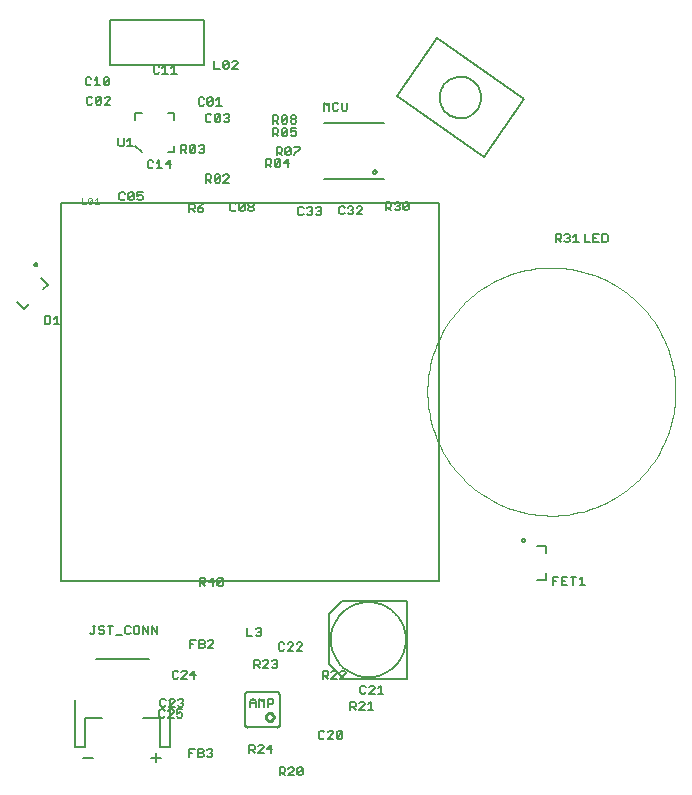
<source format=gto>
G75*
%MOIN*%
%OFA0B0*%
%FSLAX24Y24*%
%IPPOS*%
%LPD*%
%AMOC8*
5,1,8,0,0,1.08239X$1,22.5*
%
%ADD10C,0.0080*%
%ADD11C,0.0050*%
%ADD12C,0.0039*%
%ADD13C,0.0060*%
%ADD14C,0.0040*%
%ADD15C,0.0070*%
%ADD16C,0.0006*%
%ADD17C,0.0100*%
D10*
X018057Y021281D02*
X018059Y021296D01*
X018065Y021309D01*
X018074Y021321D01*
X018085Y021330D01*
X018099Y021336D01*
X018114Y021338D01*
X018129Y021336D01*
X018142Y021330D01*
X018154Y021321D01*
X018163Y021310D01*
X018169Y021296D01*
X018171Y021281D01*
X018169Y021266D01*
X018163Y021253D01*
X018154Y021241D01*
X018143Y021232D01*
X018129Y021226D01*
X018114Y021224D01*
X018099Y021226D01*
X018086Y021232D01*
X018074Y021241D01*
X018065Y021252D01*
X018059Y021266D01*
X018057Y021281D01*
X011420Y021932D02*
X011420Y022149D01*
X011420Y021932D02*
X011204Y021932D01*
X010337Y021932D02*
X010121Y022149D01*
X010121Y023015D02*
X010121Y023231D01*
X010337Y023231D01*
X011204Y023231D02*
X011420Y023231D01*
X011420Y023015D01*
D11*
X007660Y020260D02*
X007660Y007660D01*
X020260Y007660D01*
X020260Y020260D01*
X007660Y020260D01*
X009601Y020382D02*
X009646Y020337D01*
X009736Y020337D01*
X009781Y020382D01*
X009895Y020382D02*
X009940Y020337D01*
X010030Y020337D01*
X010075Y020382D01*
X010075Y020562D01*
X009895Y020382D01*
X009895Y020562D01*
X009940Y020607D01*
X010030Y020607D01*
X010075Y020562D01*
X010190Y020607D02*
X010190Y020472D01*
X010280Y020517D01*
X010325Y020517D01*
X010370Y020472D01*
X010370Y020382D01*
X010325Y020337D01*
X010235Y020337D01*
X010190Y020382D01*
X010190Y020607D02*
X010370Y020607D01*
X009781Y020562D02*
X009736Y020607D01*
X009646Y020607D01*
X009601Y020562D01*
X009601Y020382D01*
X010591Y021400D02*
X010681Y021400D01*
X010726Y021445D01*
X010840Y021400D02*
X011020Y021400D01*
X010930Y021400D02*
X010930Y021670D01*
X010840Y021580D01*
X010726Y021625D02*
X010681Y021670D01*
X010591Y021670D01*
X010546Y021625D01*
X010546Y021445D01*
X010591Y021400D01*
X011135Y021535D02*
X011315Y021535D01*
X011270Y021400D02*
X011270Y021670D01*
X011135Y021535D01*
X011648Y021912D02*
X011648Y022182D01*
X011783Y022182D01*
X011828Y022137D01*
X011828Y022047D01*
X011783Y022002D01*
X011648Y022002D01*
X011738Y022002D02*
X011828Y021912D01*
X011943Y021957D02*
X012123Y022137D01*
X012123Y021957D01*
X012078Y021912D01*
X011988Y021912D01*
X011943Y021957D01*
X011943Y022137D01*
X011988Y022182D01*
X012078Y022182D01*
X012123Y022137D01*
X012237Y022137D02*
X012282Y022182D01*
X012372Y022182D01*
X012417Y022137D01*
X012417Y022092D01*
X012372Y022047D01*
X012417Y022002D01*
X012417Y021957D01*
X012372Y021912D01*
X012282Y021912D01*
X012237Y021957D01*
X012327Y022047D02*
X012372Y022047D01*
X012475Y021198D02*
X012610Y021198D01*
X012655Y021153D01*
X012655Y021063D01*
X012610Y021018D01*
X012475Y021018D01*
X012565Y021018D02*
X012655Y020927D01*
X012769Y020972D02*
X012949Y021153D01*
X012949Y020972D01*
X012904Y020927D01*
X012814Y020927D01*
X012769Y020972D01*
X012769Y021153D01*
X012814Y021198D01*
X012904Y021198D01*
X012949Y021153D01*
X013064Y021153D02*
X013109Y021198D01*
X013199Y021198D01*
X013244Y021153D01*
X013244Y021108D01*
X013064Y020927D01*
X013244Y020927D01*
X013346Y020253D02*
X013301Y020208D01*
X013301Y020028D01*
X013346Y019983D01*
X013437Y019983D01*
X013482Y020028D01*
X013596Y020028D02*
X013776Y020208D01*
X013776Y020028D01*
X013731Y019983D01*
X013641Y019983D01*
X013596Y020028D01*
X013596Y020208D01*
X013641Y020253D01*
X013731Y020253D01*
X013776Y020208D01*
X013891Y020208D02*
X013891Y020163D01*
X013936Y020118D01*
X014026Y020118D01*
X014071Y020073D01*
X014071Y020028D01*
X014026Y019983D01*
X013936Y019983D01*
X013891Y020028D01*
X013891Y020073D01*
X013936Y020118D01*
X014026Y020118D02*
X014071Y020163D01*
X014071Y020208D01*
X014026Y020253D01*
X013936Y020253D01*
X013891Y020208D01*
X013482Y020208D02*
X013437Y020253D01*
X013346Y020253D01*
X012475Y020927D02*
X012475Y021198D01*
X012398Y020213D02*
X012308Y020168D01*
X012218Y020078D01*
X012353Y020078D01*
X012398Y020033D01*
X012398Y019988D01*
X012353Y019943D01*
X012263Y019943D01*
X012218Y019988D01*
X012218Y020078D01*
X012104Y020078D02*
X012104Y020168D01*
X012059Y020213D01*
X011924Y020213D01*
X011924Y019943D01*
X011924Y020033D02*
X012059Y020033D01*
X012104Y020078D01*
X012014Y020033D02*
X012104Y019943D01*
X010042Y022144D02*
X009862Y022144D01*
X009952Y022144D02*
X009952Y022414D01*
X009862Y022324D01*
X009747Y022414D02*
X009747Y022189D01*
X009702Y022144D01*
X009612Y022144D01*
X009567Y022189D01*
X009567Y022414D01*
X009205Y024170D02*
X009115Y024170D01*
X009070Y024215D01*
X009250Y024396D01*
X009250Y024215D01*
X009205Y024170D01*
X009070Y024215D02*
X009070Y024396D01*
X009115Y024441D01*
X009205Y024441D01*
X009250Y024396D01*
X008955Y024170D02*
X008775Y024170D01*
X008865Y024170D02*
X008865Y024441D01*
X008775Y024351D01*
X008661Y024396D02*
X008616Y024441D01*
X008526Y024441D01*
X008480Y024396D01*
X008480Y024215D01*
X008526Y024170D01*
X008616Y024170D01*
X008661Y024215D01*
X009274Y024857D02*
X012424Y024857D01*
X012424Y026353D01*
X009274Y026353D01*
X009274Y024857D01*
X010736Y024785D02*
X010736Y024605D01*
X010781Y024560D01*
X010872Y024560D01*
X010917Y024605D01*
X011031Y024560D02*
X011211Y024560D01*
X011121Y024560D02*
X011121Y024830D01*
X011031Y024740D01*
X010917Y024785D02*
X010872Y024830D01*
X010781Y024830D01*
X010736Y024785D01*
X011326Y024740D02*
X011416Y024830D01*
X011416Y024560D01*
X011326Y024560D02*
X011506Y024560D01*
X012280Y023765D02*
X012235Y023720D01*
X012235Y023539D01*
X012280Y023494D01*
X012370Y023494D01*
X012415Y023539D01*
X012529Y023539D02*
X012709Y023720D01*
X012709Y023539D01*
X012664Y023494D01*
X012574Y023494D01*
X012529Y023539D01*
X012529Y023720D01*
X012574Y023765D01*
X012664Y023765D01*
X012709Y023720D01*
X012824Y023675D02*
X012914Y023765D01*
X012914Y023494D01*
X012824Y023494D02*
X013004Y023494D01*
X012912Y023209D02*
X012957Y023164D01*
X012777Y022984D01*
X012822Y022939D01*
X012912Y022939D01*
X012957Y022984D01*
X012957Y023164D01*
X012912Y023209D02*
X012822Y023209D01*
X012777Y023164D01*
X012777Y022984D01*
X012663Y022984D02*
X012618Y022939D01*
X012528Y022939D01*
X012483Y022984D01*
X012483Y023164D01*
X012528Y023209D01*
X012618Y023209D01*
X012663Y023164D01*
X013072Y023164D02*
X013117Y023209D01*
X013207Y023209D01*
X013252Y023164D01*
X013252Y023119D01*
X013207Y023074D01*
X013252Y023029D01*
X013252Y022984D01*
X013207Y022939D01*
X013117Y022939D01*
X013072Y022984D01*
X013162Y023074D02*
X013207Y023074D01*
X012415Y023720D02*
X012370Y023765D01*
X012280Y023765D01*
X012768Y024721D02*
X012948Y024721D01*
X013063Y024766D02*
X013243Y024946D01*
X013243Y024766D01*
X013198Y024721D01*
X013108Y024721D01*
X013063Y024766D01*
X013063Y024946D01*
X013108Y024991D01*
X013198Y024991D01*
X013243Y024946D01*
X013358Y024946D02*
X013403Y024991D01*
X013493Y024991D01*
X013538Y024946D01*
X013538Y024901D01*
X013358Y024721D01*
X013538Y024721D01*
X012768Y024721D02*
X012768Y024991D01*
X014719Y023166D02*
X014854Y023166D01*
X014899Y023121D01*
X014899Y023031D01*
X014854Y022986D01*
X014719Y022986D01*
X014809Y022986D02*
X014899Y022896D01*
X015013Y022941D02*
X015194Y023121D01*
X015194Y022941D01*
X015149Y022896D01*
X015058Y022896D01*
X015013Y022941D01*
X015013Y023121D01*
X015058Y023166D01*
X015149Y023166D01*
X015194Y023121D01*
X015308Y023121D02*
X015308Y023076D01*
X015353Y023031D01*
X015443Y023031D01*
X015488Y022986D01*
X015488Y022941D01*
X015443Y022896D01*
X015353Y022896D01*
X015308Y022941D01*
X015308Y022986D01*
X015353Y023031D01*
X015443Y023031D02*
X015488Y023076D01*
X015488Y023121D01*
X015443Y023166D01*
X015353Y023166D01*
X015308Y023121D01*
X015308Y022733D02*
X015308Y022598D01*
X015398Y022643D01*
X015443Y022643D01*
X015488Y022598D01*
X015488Y022508D01*
X015443Y022463D01*
X015353Y022463D01*
X015308Y022508D01*
X015194Y022508D02*
X015194Y022688D01*
X015013Y022508D01*
X015058Y022463D01*
X015149Y022463D01*
X015194Y022508D01*
X015194Y022688D02*
X015149Y022733D01*
X015058Y022733D01*
X015013Y022688D01*
X015013Y022508D01*
X014899Y022463D02*
X014809Y022553D01*
X014854Y022553D02*
X014719Y022553D01*
X014719Y022463D02*
X014719Y022733D01*
X014854Y022733D01*
X014899Y022688D01*
X014899Y022598D01*
X014854Y022553D01*
X014837Y022103D02*
X014972Y022103D01*
X015017Y022058D01*
X015017Y021968D01*
X014972Y021923D01*
X014837Y021923D01*
X014927Y021923D02*
X015017Y021833D01*
X015132Y021878D02*
X015312Y022058D01*
X015312Y021878D01*
X015267Y021833D01*
X015177Y021833D01*
X015132Y021878D01*
X015132Y022058D01*
X015177Y022103D01*
X015267Y022103D01*
X015312Y022058D01*
X015426Y022103D02*
X015606Y022103D01*
X015606Y022058D01*
X015426Y021878D01*
X015426Y021833D01*
X015207Y021709D02*
X015072Y021574D01*
X015252Y021574D01*
X015207Y021439D02*
X015207Y021709D01*
X014957Y021664D02*
X014777Y021484D01*
X014822Y021439D01*
X014912Y021439D01*
X014957Y021484D01*
X014957Y021664D01*
X014912Y021709D01*
X014822Y021709D01*
X014777Y021664D01*
X014777Y021484D01*
X014663Y021439D02*
X014573Y021529D01*
X014618Y021529D02*
X014483Y021529D01*
X014483Y021439D02*
X014483Y021709D01*
X014618Y021709D01*
X014663Y021664D01*
X014663Y021574D01*
X014618Y021529D01*
X014837Y021833D02*
X014837Y022103D01*
X015308Y022733D02*
X015488Y022733D01*
X014719Y022896D02*
X014719Y023166D01*
X016412Y023322D02*
X016412Y023592D01*
X016502Y023502D01*
X016593Y023592D01*
X016593Y023322D01*
X016707Y023367D02*
X016707Y023547D01*
X016752Y023592D01*
X016842Y023592D01*
X016887Y023547D01*
X017002Y023592D02*
X017002Y023367D01*
X017047Y023322D01*
X017137Y023322D01*
X017182Y023367D01*
X017182Y023592D01*
X016887Y023367D02*
X016842Y023322D01*
X016752Y023322D01*
X016707Y023367D01*
X018839Y023811D02*
X020194Y025746D01*
X023096Y023714D01*
X021741Y021779D01*
X018839Y023811D01*
X020278Y023763D02*
X020280Y023815D01*
X020286Y023867D01*
X020296Y023918D01*
X020309Y023968D01*
X020327Y024018D01*
X020348Y024065D01*
X020372Y024111D01*
X020401Y024155D01*
X020432Y024197D01*
X020466Y024236D01*
X020503Y024273D01*
X020543Y024306D01*
X020586Y024337D01*
X020630Y024364D01*
X020676Y024388D01*
X020725Y024408D01*
X020774Y024424D01*
X020825Y024437D01*
X020876Y024446D01*
X020928Y024451D01*
X020980Y024452D01*
X021032Y024449D01*
X021084Y024442D01*
X021135Y024431D01*
X021185Y024417D01*
X021234Y024398D01*
X021281Y024376D01*
X021326Y024351D01*
X021370Y024322D01*
X021411Y024290D01*
X021450Y024255D01*
X021485Y024217D01*
X021518Y024176D01*
X021548Y024134D01*
X021574Y024089D01*
X021597Y024042D01*
X021616Y023993D01*
X021632Y023943D01*
X021644Y023893D01*
X021652Y023841D01*
X021656Y023789D01*
X021656Y023737D01*
X021652Y023685D01*
X021644Y023633D01*
X021632Y023583D01*
X021616Y023533D01*
X021597Y023484D01*
X021574Y023437D01*
X021548Y023392D01*
X021518Y023350D01*
X021485Y023309D01*
X021450Y023271D01*
X021411Y023236D01*
X021370Y023204D01*
X021326Y023175D01*
X021281Y023150D01*
X021234Y023128D01*
X021185Y023109D01*
X021135Y023095D01*
X021084Y023084D01*
X021032Y023077D01*
X020980Y023074D01*
X020928Y023075D01*
X020876Y023080D01*
X020825Y023089D01*
X020774Y023102D01*
X020725Y023118D01*
X020676Y023138D01*
X020630Y023162D01*
X020586Y023189D01*
X020543Y023220D01*
X020503Y023253D01*
X020466Y023290D01*
X020432Y023329D01*
X020401Y023371D01*
X020372Y023415D01*
X020348Y023461D01*
X020327Y023508D01*
X020309Y023558D01*
X020296Y023608D01*
X020286Y023659D01*
X020280Y023711D01*
X020278Y023763D01*
X019201Y020274D02*
X019247Y020229D01*
X019066Y020049D01*
X019111Y020004D01*
X019201Y020004D01*
X019247Y020049D01*
X019247Y020229D01*
X019201Y020274D02*
X019111Y020274D01*
X019066Y020229D01*
X019066Y020049D01*
X018952Y020049D02*
X018907Y020004D01*
X018817Y020004D01*
X018772Y020049D01*
X018657Y020004D02*
X018567Y020094D01*
X018612Y020094D02*
X018477Y020094D01*
X018477Y020004D02*
X018477Y020274D01*
X018612Y020274D01*
X018657Y020229D01*
X018657Y020139D01*
X018612Y020094D01*
X018772Y020229D02*
X018817Y020274D01*
X018907Y020274D01*
X018952Y020229D01*
X018952Y020184D01*
X018907Y020139D01*
X018952Y020094D01*
X018952Y020049D01*
X018907Y020139D02*
X018862Y020139D01*
X017693Y020090D02*
X017648Y020135D01*
X017558Y020135D01*
X017513Y020090D01*
X017398Y020090D02*
X017398Y020045D01*
X017353Y020000D01*
X017398Y019955D01*
X017398Y019909D01*
X017353Y019864D01*
X017263Y019864D01*
X017218Y019909D01*
X017104Y019909D02*
X017059Y019864D01*
X016969Y019864D01*
X016924Y019909D01*
X016924Y020090D01*
X016969Y020135D01*
X017059Y020135D01*
X017104Y020090D01*
X017218Y020090D02*
X017263Y020135D01*
X017353Y020135D01*
X017398Y020090D01*
X017353Y020000D02*
X017308Y020000D01*
X017513Y019864D02*
X017693Y020045D01*
X017693Y020090D01*
X017693Y019864D02*
X017513Y019864D01*
X016324Y019886D02*
X016279Y019841D01*
X016189Y019841D01*
X016144Y019886D01*
X016029Y019886D02*
X015984Y019841D01*
X015894Y019841D01*
X015849Y019886D01*
X015735Y019886D02*
X015690Y019841D01*
X015600Y019841D01*
X015555Y019886D01*
X015555Y020066D01*
X015600Y020111D01*
X015690Y020111D01*
X015735Y020066D01*
X015849Y020066D02*
X015894Y020111D01*
X015984Y020111D01*
X016029Y020066D01*
X016029Y020021D01*
X015984Y019976D01*
X016029Y019931D01*
X016029Y019886D01*
X015984Y019976D02*
X015939Y019976D01*
X016144Y020066D02*
X016189Y020111D01*
X016279Y020111D01*
X016324Y020066D01*
X016324Y020021D01*
X016279Y019976D01*
X016324Y019931D01*
X016324Y019886D01*
X016279Y019976D02*
X016234Y019976D01*
X024138Y019211D02*
X024138Y018941D01*
X024138Y019031D02*
X024273Y019031D01*
X024318Y019076D01*
X024318Y019166D01*
X024273Y019211D01*
X024138Y019211D01*
X024228Y019031D02*
X024318Y018941D01*
X024432Y018986D02*
X024477Y018941D01*
X024567Y018941D01*
X024612Y018986D01*
X024612Y019031D01*
X024567Y019076D01*
X024522Y019076D01*
X024567Y019076D02*
X024612Y019121D01*
X024612Y019166D01*
X024567Y019211D01*
X024477Y019211D01*
X024432Y019166D01*
X024727Y019121D02*
X024817Y019211D01*
X024817Y018941D01*
X024727Y018941D02*
X024907Y018941D01*
X025107Y018945D02*
X025287Y018945D01*
X025401Y018945D02*
X025581Y018945D01*
X025696Y018945D02*
X025831Y018945D01*
X025876Y018990D01*
X025876Y019170D01*
X025831Y019215D01*
X025696Y019215D01*
X025696Y018945D01*
X025491Y019080D02*
X025401Y019080D01*
X025401Y019215D02*
X025401Y018945D01*
X025401Y019215D02*
X025581Y019215D01*
X025107Y019215D02*
X025107Y018945D01*
X023016Y009001D02*
X023018Y009014D01*
X023023Y009027D01*
X023032Y009038D01*
X023043Y009045D01*
X023056Y009050D01*
X023069Y009051D01*
X023083Y009048D01*
X023095Y009042D01*
X023105Y009033D01*
X023112Y009021D01*
X023116Y009008D01*
X023116Y008994D01*
X023112Y008981D01*
X023105Y008969D01*
X023095Y008960D01*
X023083Y008954D01*
X023069Y008951D01*
X023056Y008952D01*
X023043Y008957D01*
X023032Y008964D01*
X023023Y008975D01*
X023018Y008988D01*
X023016Y009001D01*
X024053Y007789D02*
X024233Y007789D01*
X024348Y007789D02*
X024348Y007519D01*
X024528Y007519D01*
X024438Y007654D02*
X024348Y007654D01*
X024348Y007789D02*
X024528Y007789D01*
X024643Y007789D02*
X024823Y007789D01*
X024733Y007789D02*
X024733Y007519D01*
X024937Y007519D02*
X025117Y007519D01*
X025027Y007519D02*
X025027Y007789D01*
X024937Y007699D01*
X024143Y007654D02*
X024053Y007654D01*
X024053Y007519D02*
X024053Y007789D01*
X019196Y006991D02*
X019196Y004393D01*
X017070Y004393D01*
X016597Y004865D01*
X016597Y006558D01*
X017030Y006991D01*
X019196Y006991D01*
X016646Y005692D02*
X016648Y005762D01*
X016654Y005832D01*
X016664Y005902D01*
X016677Y005970D01*
X016695Y006038D01*
X016716Y006105D01*
X016741Y006171D01*
X016770Y006235D01*
X016802Y006297D01*
X016838Y006358D01*
X016877Y006416D01*
X016919Y006472D01*
X016964Y006526D01*
X017012Y006577D01*
X017063Y006625D01*
X017117Y006670D01*
X017173Y006712D01*
X017231Y006751D01*
X017292Y006787D01*
X017354Y006819D01*
X017418Y006848D01*
X017484Y006873D01*
X017551Y006894D01*
X017619Y006912D01*
X017687Y006925D01*
X017757Y006935D01*
X017827Y006941D01*
X017897Y006943D01*
X017967Y006941D01*
X018037Y006935D01*
X018107Y006925D01*
X018175Y006912D01*
X018243Y006894D01*
X018310Y006873D01*
X018376Y006848D01*
X018440Y006819D01*
X018502Y006787D01*
X018563Y006751D01*
X018621Y006712D01*
X018677Y006670D01*
X018731Y006625D01*
X018782Y006577D01*
X018830Y006526D01*
X018875Y006472D01*
X018917Y006416D01*
X018956Y006358D01*
X018992Y006297D01*
X019024Y006235D01*
X019053Y006171D01*
X019078Y006105D01*
X019099Y006038D01*
X019117Y005970D01*
X019130Y005902D01*
X019140Y005832D01*
X019146Y005762D01*
X019148Y005692D01*
X019146Y005622D01*
X019140Y005552D01*
X019130Y005482D01*
X019117Y005414D01*
X019099Y005346D01*
X019078Y005279D01*
X019053Y005213D01*
X019024Y005149D01*
X018992Y005087D01*
X018956Y005026D01*
X018917Y004968D01*
X018875Y004912D01*
X018830Y004858D01*
X018782Y004807D01*
X018731Y004759D01*
X018677Y004714D01*
X018621Y004672D01*
X018563Y004633D01*
X018502Y004597D01*
X018440Y004565D01*
X018376Y004536D01*
X018310Y004511D01*
X018243Y004490D01*
X018175Y004472D01*
X018107Y004459D01*
X018037Y004449D01*
X017967Y004443D01*
X017897Y004441D01*
X017827Y004443D01*
X017757Y004449D01*
X017687Y004459D01*
X017619Y004472D01*
X017551Y004490D01*
X017484Y004511D01*
X017418Y004536D01*
X017354Y004565D01*
X017292Y004597D01*
X017231Y004633D01*
X017173Y004672D01*
X017117Y004714D01*
X017063Y004759D01*
X017012Y004807D01*
X016964Y004858D01*
X016919Y004912D01*
X016877Y004968D01*
X016838Y005026D01*
X016802Y005087D01*
X016770Y005149D01*
X016741Y005213D01*
X016716Y005279D01*
X016695Y005346D01*
X016677Y005414D01*
X016664Y005482D01*
X016654Y005552D01*
X016648Y005622D01*
X016646Y005692D01*
X015684Y005553D02*
X015638Y005598D01*
X015548Y005598D01*
X015503Y005553D01*
X015389Y005553D02*
X015344Y005598D01*
X015254Y005598D01*
X015209Y005553D01*
X015094Y005553D02*
X015049Y005598D01*
X014959Y005598D01*
X014914Y005553D01*
X014914Y005373D01*
X014959Y005328D01*
X015049Y005328D01*
X015094Y005373D01*
X015209Y005328D02*
X015389Y005508D01*
X015389Y005553D01*
X015389Y005328D02*
X015209Y005328D01*
X015503Y005328D02*
X015684Y005508D01*
X015684Y005553D01*
X015684Y005328D02*
X015503Y005328D01*
X014858Y004972D02*
X014858Y004926D01*
X014813Y004881D01*
X014858Y004836D01*
X014858Y004791D01*
X014813Y004746D01*
X014723Y004746D01*
X014678Y004791D01*
X014564Y004746D02*
X014384Y004746D01*
X014564Y004926D01*
X014564Y004972D01*
X014519Y005017D01*
X014429Y005017D01*
X014384Y004972D01*
X014269Y004972D02*
X014269Y004881D01*
X014224Y004836D01*
X014089Y004836D01*
X014089Y004746D02*
X014089Y005017D01*
X014224Y005017D01*
X014269Y004972D01*
X014179Y004836D02*
X014269Y004746D01*
X014678Y004972D02*
X014723Y005017D01*
X014813Y005017D01*
X014858Y004972D01*
X014813Y004881D02*
X014768Y004881D01*
X014272Y005811D02*
X014182Y005811D01*
X014137Y005856D01*
X014023Y005811D02*
X013842Y005811D01*
X013842Y006081D01*
X014137Y006036D02*
X014182Y006081D01*
X014272Y006081D01*
X014317Y006036D01*
X014317Y005991D01*
X014272Y005946D01*
X014317Y005901D01*
X014317Y005856D01*
X014272Y005811D01*
X014272Y005946D02*
X014227Y005946D01*
X012732Y005635D02*
X012687Y005680D01*
X012597Y005680D01*
X012552Y005635D01*
X012438Y005635D02*
X012438Y005590D01*
X012393Y005545D01*
X012258Y005545D01*
X012393Y005545D02*
X012438Y005500D01*
X012438Y005455D01*
X012393Y005410D01*
X012258Y005410D01*
X012258Y005680D01*
X012393Y005680D01*
X012438Y005635D01*
X012552Y005410D02*
X012732Y005590D01*
X012732Y005635D01*
X012732Y005410D02*
X012552Y005410D01*
X012143Y005680D02*
X011963Y005680D01*
X011963Y005410D01*
X011963Y005545D02*
X012053Y005545D01*
X012097Y004662D02*
X011962Y004527D01*
X012142Y004527D01*
X012097Y004392D02*
X012097Y004662D01*
X011847Y004617D02*
X011802Y004662D01*
X011712Y004662D01*
X011667Y004617D01*
X011552Y004617D02*
X011507Y004662D01*
X011417Y004662D01*
X011372Y004617D01*
X011372Y004437D01*
X011417Y004392D01*
X011507Y004392D01*
X011552Y004437D01*
X011667Y004392D02*
X011847Y004572D01*
X011847Y004617D01*
X011847Y004392D02*
X011667Y004392D01*
X011687Y003728D02*
X011733Y003683D01*
X011733Y003638D01*
X011687Y003593D01*
X011733Y003548D01*
X011733Y003503D01*
X011687Y003458D01*
X011597Y003458D01*
X011552Y003503D01*
X011438Y003458D02*
X011258Y003458D01*
X011438Y003638D01*
X011438Y003683D01*
X011393Y003728D01*
X011303Y003728D01*
X011258Y003683D01*
X011282Y003684D02*
X011282Y002109D01*
X010948Y002109D01*
X010948Y003093D01*
X010397Y003093D01*
X010927Y003138D02*
X010972Y003093D01*
X011063Y003093D01*
X011108Y003138D01*
X011222Y003093D02*
X011402Y003273D01*
X011402Y003318D01*
X011357Y003363D01*
X011267Y003363D01*
X011222Y003318D01*
X011108Y003318D02*
X011063Y003363D01*
X010972Y003363D01*
X010927Y003318D01*
X010927Y003138D01*
X011222Y003093D02*
X011402Y003093D01*
X011517Y003138D02*
X011562Y003093D01*
X011652Y003093D01*
X011697Y003138D01*
X011697Y003228D01*
X011652Y003273D01*
X011607Y003273D01*
X011517Y003228D01*
X011517Y003363D01*
X011697Y003363D01*
X011687Y003593D02*
X011642Y003593D01*
X011552Y003683D02*
X011597Y003728D01*
X011687Y003728D01*
X011143Y003683D02*
X011098Y003728D01*
X011008Y003728D01*
X010963Y003683D01*
X010963Y003503D01*
X011008Y003458D01*
X011098Y003458D01*
X011143Y003503D01*
X011927Y002054D02*
X012108Y002054D01*
X012222Y002054D02*
X012222Y001784D01*
X012357Y001784D01*
X012402Y001829D01*
X012402Y001874D01*
X012357Y001919D01*
X012222Y001919D01*
X012222Y002054D02*
X012357Y002054D01*
X012402Y002009D01*
X012402Y001964D01*
X012357Y001919D01*
X012517Y002009D02*
X012562Y002054D01*
X012652Y002054D01*
X012697Y002009D01*
X012697Y001964D01*
X012652Y001919D01*
X012697Y001874D01*
X012697Y001829D01*
X012652Y001784D01*
X012562Y001784D01*
X012517Y001829D01*
X012607Y001919D02*
X012652Y001919D01*
X012018Y001919D02*
X011927Y001919D01*
X011927Y001784D02*
X011927Y002054D01*
X013931Y002012D02*
X014066Y002012D01*
X014112Y002057D01*
X014112Y002148D01*
X014066Y002193D01*
X013931Y002193D01*
X013931Y001922D01*
X014021Y002012D02*
X014112Y001922D01*
X014226Y001922D02*
X014406Y002102D01*
X014406Y002148D01*
X014361Y002193D01*
X014271Y002193D01*
X014226Y002148D01*
X014226Y001922D02*
X014406Y001922D01*
X014521Y002057D02*
X014701Y002057D01*
X014656Y001922D02*
X014656Y002193D01*
X014521Y002057D01*
X014936Y001439D02*
X015071Y001439D01*
X015116Y001394D01*
X015116Y001304D01*
X015071Y001259D01*
X014936Y001259D01*
X015026Y001259D02*
X015116Y001169D01*
X015230Y001169D02*
X015410Y001349D01*
X015410Y001394D01*
X015365Y001439D01*
X015275Y001439D01*
X015230Y001394D01*
X015230Y001169D02*
X015410Y001169D01*
X015525Y001214D02*
X015705Y001394D01*
X015705Y001214D01*
X015660Y001169D01*
X015570Y001169D01*
X015525Y001214D01*
X015525Y001394D01*
X015570Y001439D01*
X015660Y001439D01*
X015705Y001394D01*
X014936Y001439D02*
X014936Y001169D01*
X016254Y002429D02*
X016254Y002609D01*
X016299Y002654D01*
X016389Y002654D01*
X016434Y002609D01*
X016549Y002609D02*
X016594Y002654D01*
X016684Y002654D01*
X016729Y002609D01*
X016729Y002564D01*
X016549Y002384D01*
X016729Y002384D01*
X016844Y002429D02*
X017024Y002609D01*
X017024Y002429D01*
X016979Y002384D01*
X016889Y002384D01*
X016844Y002429D01*
X016844Y002609D01*
X016889Y002654D01*
X016979Y002654D01*
X017024Y002609D01*
X016434Y002429D02*
X016389Y002384D01*
X016299Y002384D01*
X016254Y002429D01*
X017296Y003350D02*
X017296Y003621D01*
X017431Y003621D01*
X017476Y003575D01*
X017476Y003485D01*
X017431Y003440D01*
X017296Y003440D01*
X017386Y003440D02*
X017476Y003350D01*
X017591Y003350D02*
X017771Y003530D01*
X017771Y003575D01*
X017726Y003621D01*
X017636Y003621D01*
X017591Y003575D01*
X017591Y003350D02*
X017771Y003350D01*
X017885Y003350D02*
X018065Y003350D01*
X017975Y003350D02*
X017975Y003621D01*
X017885Y003530D01*
X017925Y003891D02*
X018105Y004071D01*
X018105Y004116D01*
X018060Y004161D01*
X017970Y004161D01*
X017925Y004116D01*
X017811Y004116D02*
X017766Y004161D01*
X017676Y004161D01*
X017631Y004116D01*
X017631Y003936D01*
X017676Y003891D01*
X017766Y003891D01*
X017811Y003936D01*
X017925Y003891D02*
X018105Y003891D01*
X018220Y003891D02*
X018400Y003891D01*
X018310Y003891D02*
X018310Y004161D01*
X018220Y004071D01*
X017142Y004392D02*
X016962Y004392D01*
X017142Y004572D01*
X017142Y004617D01*
X017097Y004662D01*
X017007Y004662D01*
X016962Y004617D01*
X016847Y004617D02*
X016802Y004662D01*
X016712Y004662D01*
X016667Y004617D01*
X016552Y004617D02*
X016552Y004527D01*
X016507Y004482D01*
X016372Y004482D01*
X016372Y004392D02*
X016372Y004662D01*
X016507Y004662D01*
X016552Y004617D01*
X016462Y004482D02*
X016552Y004392D01*
X016667Y004392D02*
X016847Y004572D01*
X016847Y004617D01*
X016847Y004392D02*
X016667Y004392D01*
X014724Y003677D02*
X014724Y003587D01*
X014679Y003542D01*
X014544Y003542D01*
X014544Y003452D02*
X014544Y003722D01*
X014679Y003722D01*
X014724Y003677D01*
X014430Y003722D02*
X014430Y003452D01*
X014250Y003452D02*
X014250Y003722D01*
X014340Y003632D01*
X014430Y003722D01*
X014135Y003632D02*
X014135Y003452D01*
X014135Y003587D02*
X013955Y003587D01*
X013955Y003632D02*
X013955Y003452D01*
X013955Y003632D02*
X014045Y003722D01*
X014135Y003632D01*
X010857Y005878D02*
X010857Y006148D01*
X010677Y006148D02*
X010677Y005878D01*
X010563Y005878D02*
X010563Y006148D01*
X010677Y006148D02*
X010857Y005878D01*
X010563Y005878D02*
X010382Y006148D01*
X010382Y005878D01*
X010268Y005923D02*
X010268Y006103D01*
X010223Y006148D01*
X010133Y006148D01*
X010088Y006103D01*
X010088Y005923D01*
X010133Y005878D01*
X010223Y005878D01*
X010268Y005923D01*
X009973Y005923D02*
X009928Y005878D01*
X009838Y005878D01*
X009793Y005923D01*
X009793Y006103D01*
X009838Y006148D01*
X009928Y006148D01*
X009973Y006103D01*
X009679Y005833D02*
X009498Y005833D01*
X009294Y005878D02*
X009294Y006148D01*
X009204Y006148D02*
X009384Y006148D01*
X009089Y006103D02*
X009044Y006148D01*
X008954Y006148D01*
X008909Y006103D01*
X008909Y006058D01*
X008954Y006013D01*
X009044Y006013D01*
X009089Y005968D01*
X009089Y005923D01*
X009044Y005878D01*
X008954Y005878D01*
X008909Y005923D01*
X008750Y005923D02*
X008750Y006148D01*
X008705Y006148D02*
X008795Y006148D01*
X008750Y005923D02*
X008705Y005878D01*
X008659Y005878D01*
X008614Y005923D01*
X008822Y005062D02*
X010593Y005062D01*
X009019Y003093D02*
X008467Y003093D01*
X008467Y002109D01*
X008133Y002109D01*
X008133Y003684D01*
X012278Y007477D02*
X012278Y007747D01*
X012413Y007747D01*
X012458Y007702D01*
X012458Y007612D01*
X012413Y007567D01*
X012278Y007567D01*
X012368Y007567D02*
X012458Y007477D01*
X012572Y007612D02*
X012753Y007612D01*
X012708Y007477D02*
X012708Y007747D01*
X012572Y007612D01*
X012867Y007522D02*
X012867Y007702D01*
X012912Y007747D01*
X013002Y007747D01*
X013047Y007702D01*
X012867Y007522D01*
X012912Y007477D01*
X013002Y007477D01*
X013047Y007522D01*
X013047Y007702D01*
X007593Y016204D02*
X007413Y016204D01*
X007503Y016204D02*
X007503Y016475D01*
X007413Y016385D01*
X007298Y016430D02*
X007253Y016475D01*
X007118Y016475D01*
X007118Y016204D01*
X007253Y016204D01*
X007298Y016249D01*
X007298Y016430D01*
X006763Y018190D02*
X006765Y018203D01*
X006770Y018216D01*
X006779Y018227D01*
X006790Y018234D01*
X006803Y018239D01*
X006816Y018240D01*
X006830Y018237D01*
X006842Y018231D01*
X006852Y018222D01*
X006859Y018210D01*
X006863Y018197D01*
X006863Y018183D01*
X006859Y018170D01*
X006852Y018158D01*
X006842Y018149D01*
X006830Y018143D01*
X006816Y018140D01*
X006803Y018141D01*
X006790Y018146D01*
X006779Y018153D01*
X006770Y018164D01*
X006765Y018177D01*
X006763Y018190D01*
D12*
X019865Y013960D02*
X019867Y014088D01*
X019873Y014216D01*
X019883Y014343D01*
X019897Y014471D01*
X019914Y014597D01*
X019936Y014723D01*
X019962Y014849D01*
X019991Y014973D01*
X020024Y015097D01*
X020061Y015219D01*
X020102Y015340D01*
X020147Y015460D01*
X020195Y015579D01*
X020247Y015696D01*
X020303Y015811D01*
X020362Y015925D01*
X020424Y016036D01*
X020490Y016146D01*
X020559Y016253D01*
X020632Y016359D01*
X020708Y016462D01*
X020787Y016562D01*
X020869Y016661D01*
X020954Y016756D01*
X021042Y016849D01*
X021133Y016939D01*
X021226Y017026D01*
X021323Y017111D01*
X021421Y017192D01*
X021523Y017270D01*
X021626Y017345D01*
X021732Y017417D01*
X021840Y017486D01*
X021950Y017551D01*
X022063Y017612D01*
X022177Y017671D01*
X022292Y017725D01*
X022410Y017776D01*
X022528Y017824D01*
X022649Y017867D01*
X022770Y017907D01*
X022893Y017943D01*
X023017Y017976D01*
X023142Y018004D01*
X023267Y018029D01*
X023393Y018049D01*
X023520Y018066D01*
X023648Y018079D01*
X023775Y018088D01*
X023903Y018093D01*
X024031Y018094D01*
X024159Y018091D01*
X024287Y018084D01*
X024414Y018073D01*
X024541Y018058D01*
X024668Y018040D01*
X024794Y018017D01*
X024919Y017990D01*
X025043Y017960D01*
X025166Y017926D01*
X025289Y017888D01*
X025410Y017846D01*
X025529Y017800D01*
X025647Y017751D01*
X025764Y017698D01*
X025879Y017642D01*
X025992Y017582D01*
X026103Y017519D01*
X026212Y017452D01*
X026319Y017382D01*
X026424Y017308D01*
X026526Y017232D01*
X026626Y017152D01*
X026724Y017069D01*
X026819Y016983D01*
X026911Y016894D01*
X027000Y016803D01*
X027087Y016709D01*
X027170Y016612D01*
X027251Y016512D01*
X027328Y016411D01*
X027403Y016306D01*
X027474Y016200D01*
X027541Y016091D01*
X027606Y015981D01*
X027666Y015868D01*
X027724Y015754D01*
X027777Y015638D01*
X027827Y015520D01*
X027874Y015401D01*
X027917Y015280D01*
X027956Y015158D01*
X027991Y015035D01*
X028022Y014911D01*
X028050Y014786D01*
X028073Y014660D01*
X028093Y014534D01*
X028109Y014407D01*
X028121Y014280D01*
X028129Y014152D01*
X028133Y014024D01*
X028133Y013896D01*
X028129Y013768D01*
X028121Y013640D01*
X028109Y013513D01*
X028093Y013386D01*
X028073Y013260D01*
X028050Y013134D01*
X028022Y013009D01*
X027991Y012885D01*
X027956Y012762D01*
X027917Y012640D01*
X027874Y012519D01*
X027827Y012400D01*
X027777Y012282D01*
X027724Y012166D01*
X027666Y012052D01*
X027606Y011939D01*
X027541Y011829D01*
X027474Y011720D01*
X027403Y011614D01*
X027328Y011509D01*
X027251Y011408D01*
X027170Y011308D01*
X027087Y011211D01*
X027000Y011117D01*
X026911Y011026D01*
X026819Y010937D01*
X026724Y010851D01*
X026626Y010768D01*
X026526Y010688D01*
X026424Y010612D01*
X026319Y010538D01*
X026212Y010468D01*
X026103Y010401D01*
X025992Y010338D01*
X025879Y010278D01*
X025764Y010222D01*
X025647Y010169D01*
X025529Y010120D01*
X025410Y010074D01*
X025289Y010032D01*
X025166Y009994D01*
X025043Y009960D01*
X024919Y009930D01*
X024794Y009903D01*
X024668Y009880D01*
X024541Y009862D01*
X024414Y009847D01*
X024287Y009836D01*
X024159Y009829D01*
X024031Y009826D01*
X023903Y009827D01*
X023775Y009832D01*
X023648Y009841D01*
X023520Y009854D01*
X023393Y009871D01*
X023267Y009891D01*
X023142Y009916D01*
X023017Y009944D01*
X022893Y009977D01*
X022770Y010013D01*
X022649Y010053D01*
X022528Y010096D01*
X022410Y010144D01*
X022292Y010195D01*
X022177Y010249D01*
X022063Y010308D01*
X021950Y010369D01*
X021840Y010434D01*
X021732Y010503D01*
X021626Y010575D01*
X021523Y010650D01*
X021421Y010728D01*
X021323Y010809D01*
X021226Y010894D01*
X021133Y010981D01*
X021042Y011071D01*
X020954Y011164D01*
X020869Y011259D01*
X020787Y011358D01*
X020708Y011458D01*
X020632Y011561D01*
X020559Y011667D01*
X020490Y011774D01*
X020424Y011884D01*
X020362Y011995D01*
X020303Y012109D01*
X020247Y012224D01*
X020195Y012341D01*
X020147Y012460D01*
X020102Y012580D01*
X020061Y012701D01*
X020024Y012823D01*
X019991Y012947D01*
X019962Y013071D01*
X019936Y013197D01*
X019914Y013323D01*
X019897Y013449D01*
X019883Y013577D01*
X019873Y013704D01*
X019867Y013832D01*
X019865Y013960D01*
D13*
X023506Y008811D02*
X023826Y008811D01*
X023826Y008591D01*
X023826Y007911D02*
X023826Y007691D01*
X023506Y007691D01*
X014940Y003857D02*
X014940Y002889D01*
X014837Y002786D02*
X013869Y002786D01*
X013771Y002889D02*
X013771Y003857D01*
X013771Y003853D02*
X013772Y003870D01*
X013777Y003887D01*
X013784Y003902D01*
X013794Y003916D01*
X013806Y003928D01*
X013820Y003938D01*
X013835Y003945D01*
X013852Y003950D01*
X013869Y003951D01*
X013869Y003952D02*
X014841Y003952D01*
X014841Y003951D02*
X014858Y003950D01*
X014875Y003945D01*
X014890Y003938D01*
X014904Y003928D01*
X014916Y003916D01*
X014926Y003902D01*
X014933Y003887D01*
X014938Y003870D01*
X014939Y003853D01*
X006425Y016726D02*
X006580Y016882D01*
X006425Y016726D02*
X006198Y016952D01*
X007061Y017363D02*
X007217Y017518D01*
X006990Y017744D01*
X008566Y023527D02*
X008653Y023527D01*
X008696Y023570D01*
X008818Y023570D02*
X008991Y023744D01*
X008991Y023570D01*
X008948Y023527D01*
X008861Y023527D01*
X008818Y023570D01*
X008818Y023744D01*
X008861Y023787D01*
X008948Y023787D01*
X008991Y023744D01*
X009112Y023744D02*
X009156Y023787D01*
X009242Y023787D01*
X009286Y023744D01*
X009286Y023700D01*
X009112Y023527D01*
X009286Y023527D01*
X008696Y023744D02*
X008653Y023787D01*
X008566Y023787D01*
X008523Y023744D01*
X008523Y023570D01*
X008566Y023527D01*
X016424Y022921D02*
X018434Y022921D01*
X018434Y021061D02*
X016424Y021061D01*
D14*
X008915Y020205D02*
X008782Y020205D01*
X008849Y020205D02*
X008849Y020405D01*
X008782Y020338D01*
X008694Y020372D02*
X008661Y020405D01*
X008594Y020405D01*
X008561Y020372D01*
X008561Y020238D01*
X008694Y020372D01*
X008694Y020238D01*
X008661Y020205D01*
X008594Y020205D01*
X008561Y020238D01*
X008473Y020205D02*
X008340Y020205D01*
X008340Y020405D01*
D15*
X008393Y001761D02*
X008720Y001761D01*
X010643Y001761D02*
X010970Y001761D01*
X010806Y001924D02*
X010806Y001598D01*
D16*
X013745Y002883D02*
X013799Y002883D01*
X013798Y002882D02*
X013800Y002867D01*
X013806Y002853D01*
X013814Y002840D01*
X013824Y002830D01*
X013837Y002822D01*
X013851Y002816D01*
X013866Y002814D01*
X013867Y002761D01*
X013866Y002760D01*
X013845Y002762D01*
X013825Y002768D01*
X013806Y002777D01*
X013788Y002789D01*
X013773Y002804D01*
X013761Y002822D01*
X013752Y002841D01*
X013746Y002861D01*
X013744Y002882D01*
X013749Y002882D01*
X013751Y002862D01*
X013757Y002842D01*
X013766Y002824D01*
X013777Y002808D01*
X013792Y002793D01*
X013808Y002782D01*
X013826Y002773D01*
X013846Y002767D01*
X013866Y002765D01*
X013866Y002770D01*
X013847Y002772D01*
X013828Y002778D01*
X013811Y002786D01*
X013795Y002797D01*
X013781Y002811D01*
X013770Y002827D01*
X013762Y002844D01*
X013756Y002863D01*
X013754Y002882D01*
X013759Y002882D01*
X013761Y002864D01*
X013766Y002846D01*
X013774Y002829D01*
X013785Y002814D01*
X013798Y002801D01*
X013813Y002790D01*
X013830Y002782D01*
X013848Y002777D01*
X013866Y002775D01*
X013866Y002780D01*
X013846Y002782D01*
X013827Y002789D01*
X013810Y002798D01*
X013795Y002811D01*
X013782Y002826D01*
X013773Y002843D01*
X013766Y002862D01*
X013764Y002882D01*
X013769Y002882D01*
X013771Y002863D01*
X013777Y002845D01*
X013786Y002829D01*
X013798Y002814D01*
X013813Y002802D01*
X013829Y002793D01*
X013847Y002787D01*
X013866Y002785D01*
X013866Y002790D01*
X013848Y002792D01*
X013831Y002798D01*
X013816Y002806D01*
X013802Y002818D01*
X013790Y002832D01*
X013782Y002847D01*
X013776Y002864D01*
X013774Y002882D01*
X013779Y002882D01*
X013781Y002865D01*
X013786Y002849D01*
X013795Y002834D01*
X013805Y002821D01*
X013818Y002811D01*
X013833Y002802D01*
X013849Y002797D01*
X013866Y002795D01*
X013866Y002800D01*
X013850Y002802D01*
X013835Y002807D01*
X013821Y002815D01*
X013809Y002825D01*
X013799Y002837D01*
X013791Y002851D01*
X013786Y002866D01*
X013784Y002882D01*
X013789Y002882D01*
X013792Y002865D01*
X013797Y002849D01*
X013807Y002835D01*
X013819Y002823D01*
X013833Y002813D01*
X013849Y002808D01*
X013866Y002805D01*
X013866Y002810D01*
X013850Y002812D01*
X013835Y002818D01*
X013822Y002827D01*
X013811Y002838D01*
X013802Y002851D01*
X013796Y002866D01*
X013794Y002882D01*
X014843Y002761D02*
X014843Y002815D01*
X014844Y002814D02*
X014859Y002816D01*
X014873Y002822D01*
X014886Y002830D01*
X014896Y002840D01*
X014904Y002853D01*
X014910Y002867D01*
X014912Y002882D01*
X014965Y002883D01*
X014966Y002882D01*
X014964Y002861D01*
X014958Y002841D01*
X014949Y002822D01*
X014937Y002804D01*
X014922Y002789D01*
X014904Y002777D01*
X014885Y002768D01*
X014865Y002762D01*
X014844Y002760D01*
X014844Y002765D01*
X014864Y002767D01*
X014884Y002773D01*
X014902Y002782D01*
X014918Y002793D01*
X014933Y002808D01*
X014944Y002824D01*
X014953Y002842D01*
X014959Y002862D01*
X014961Y002882D01*
X014956Y002882D01*
X014954Y002863D01*
X014948Y002844D01*
X014940Y002827D01*
X014929Y002811D01*
X014915Y002797D01*
X014899Y002786D01*
X014882Y002778D01*
X014863Y002772D01*
X014844Y002770D01*
X014844Y002775D01*
X014862Y002777D01*
X014880Y002782D01*
X014897Y002790D01*
X014912Y002801D01*
X014925Y002814D01*
X014936Y002829D01*
X014944Y002846D01*
X014949Y002864D01*
X014951Y002882D01*
X014946Y002882D01*
X014944Y002862D01*
X014937Y002843D01*
X014928Y002826D01*
X014915Y002811D01*
X014900Y002798D01*
X014883Y002789D01*
X014864Y002782D01*
X014844Y002780D01*
X014844Y002785D01*
X014863Y002787D01*
X014881Y002793D01*
X014897Y002802D01*
X014912Y002814D01*
X014924Y002829D01*
X014933Y002845D01*
X014939Y002863D01*
X014941Y002882D01*
X014936Y002882D01*
X014934Y002864D01*
X014928Y002847D01*
X014920Y002832D01*
X014908Y002818D01*
X014894Y002806D01*
X014879Y002798D01*
X014862Y002792D01*
X014844Y002790D01*
X014844Y002795D01*
X014861Y002797D01*
X014877Y002802D01*
X014892Y002811D01*
X014905Y002821D01*
X014915Y002834D01*
X014924Y002849D01*
X014929Y002865D01*
X014931Y002882D01*
X014926Y002882D01*
X014924Y002866D01*
X014919Y002851D01*
X014911Y002837D01*
X014901Y002825D01*
X014889Y002815D01*
X014875Y002807D01*
X014860Y002802D01*
X014844Y002800D01*
X014844Y002805D01*
X014861Y002808D01*
X014877Y002813D01*
X014891Y002823D01*
X014903Y002835D01*
X014913Y002849D01*
X014918Y002865D01*
X014921Y002882D01*
X014916Y002882D01*
X014914Y002866D01*
X014908Y002851D01*
X014899Y002838D01*
X014888Y002827D01*
X014875Y002818D01*
X014860Y002812D01*
X014844Y002810D01*
D17*
X014481Y003113D02*
X014483Y003135D01*
X014489Y003157D01*
X014498Y003177D01*
X014511Y003195D01*
X014527Y003211D01*
X014545Y003224D01*
X014565Y003233D01*
X014587Y003239D01*
X014609Y003241D01*
X014631Y003239D01*
X014653Y003233D01*
X014673Y003224D01*
X014691Y003211D01*
X014707Y003195D01*
X014720Y003177D01*
X014729Y003157D01*
X014735Y003135D01*
X014737Y003113D01*
X014735Y003091D01*
X014729Y003069D01*
X014720Y003049D01*
X014707Y003031D01*
X014691Y003015D01*
X014673Y003002D01*
X014653Y002993D01*
X014631Y002987D01*
X014609Y002985D01*
X014587Y002987D01*
X014565Y002993D01*
X014545Y003002D01*
X014527Y003015D01*
X014511Y003031D01*
X014498Y003049D01*
X014489Y003069D01*
X014483Y003091D01*
X014481Y003113D01*
M02*

</source>
